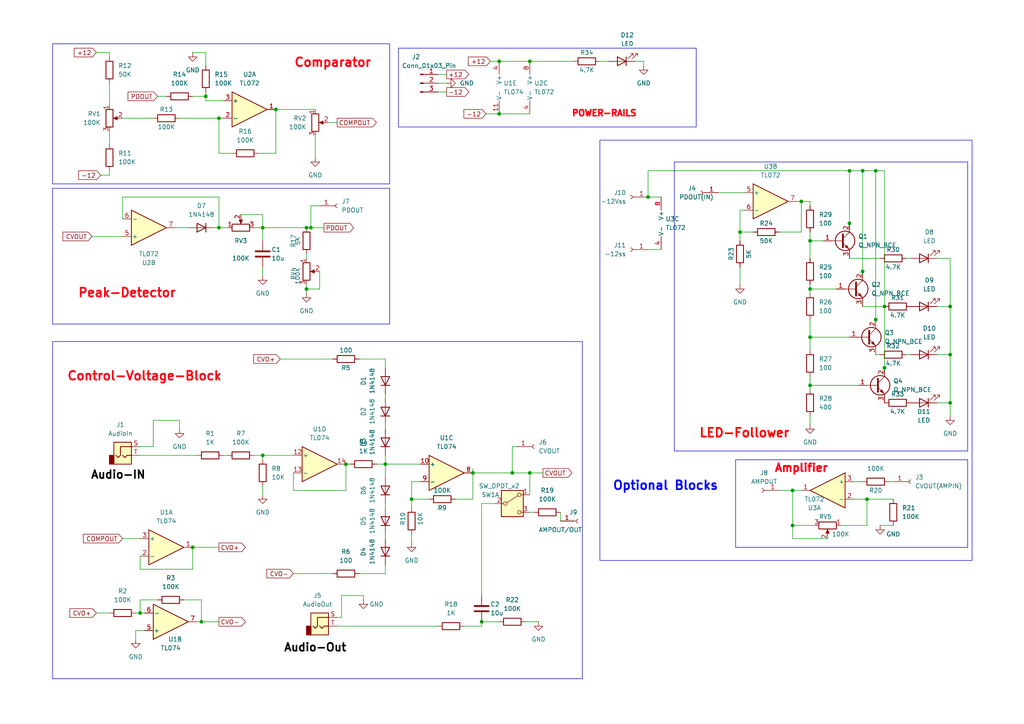
<source format=kicad_sch>
(kicad_sch (version 20250114) (generator "eeschema") (generator_version "9.0")
  (paper "A4")
  (lib_symbols
    (symbol "Amplifier_Operational:TL072" (pin_names (offset 0.127))
      (property "Reference" "U" (at 0 5.08 0))
      (property "Value" "TL072" (at 0 -5.08 0))
      (symbol "TL072_1_1"
        (pin input line (at -7.62 2.54 0) (length 2.54) (name "+") (number "3"))
        (pin input line (at -7.62 -2.54 0) (length 2.54) (name "-") (number "2"))
        (pin output line (at 7.62 0 180) (length 2.54) (name "~") (number "1"))
      )
      (symbol "TL072_2_1"
        (pin input line (at -7.62 2.54 0) (length 2.54) (name "+") (number "5"))
        (pin input line (at -7.62 -2.54 0) (length 2.54) (name "-") (number "6"))
        (pin output line (at 7.62 0 180) (length 2.54) (name "~") (number "7"))
      )
      (symbol "TL072_3_1"
        (pin power_in line (at -2.54 7.62 270) (length 3.81) (name "V+") (number "8"))
        (pin power_in line (at -2.54 -7.62 90) (length 3.81) (name "V-") (number "4"))
      )
    )
    (symbol "Amplifier_Operational:TL074" (pin_names (offset 0.127))
      (property "Reference" "U" (at 0 5.08 0))
      (property "Value" "TL074" (at 0 -5.08 0))
      (symbol "TL074_1_1"
        (pin input line (at -7.62 2.54 0) (length 2.54) (name "+") (number "3"))
        (pin input line (at -7.62 -2.54 0) (length 2.54) (name "-") (number "2"))
        (pin output line (at 7.62 0 180) (length 2.54) (name "~") (number "1"))
      )
      (symbol "TL074_2_1"
        (pin input line (at -7.62 2.54 0) (length 2.54) (name "+") (number "5"))
        (pin input line (at -7.62 -2.54 0) (length 2.54) (name "-") (number "6"))
        (pin output line (at 7.62 0 180) (length 2.54) (name "~") (number "7"))
      )
      (symbol "TL074_3_1"
        (pin input line (at -7.62 2.54 0) (length 2.54) (name "+") (number "10"))
        (pin input line (at -7.62 -2.54 0) (length 2.54) (name "-") (number "9"))
        (pin output line (at 7.62 0 180) (length 2.54) (name "~") (number "8"))
      )
      (symbol "TL074_4_1"
        (pin input line (at -7.62 2.54 0) (length 2.54) (name "+") (number "12"))
        (pin input line (at -7.62 -2.54 0) (length 2.54) (name "-") (number "13"))
        (pin output line (at 7.62 0 180) (length 2.54) (name "~") (number "14"))
      )
      (symbol "TL074_5_1"
        (pin power_in line (at -2.54 7.62 270) (length 3.81) (name "V+") (number "4"))
        (pin power_in line (at -2.54 -7.62 90) (length 3.81) (name "V-") (number "11"))
      )
    )
    (symbol "Connector:Conn_01x01_Socket" (pin_names (offset 1.016) (hide yes))
      (property "Reference" "J" (at 0 2.54 0))
      (property "Value" "Conn_01x01_Socket" (at 0 -2.54 0))
      (symbol "Conn_01x01_Socket_1_1"
        (pin passive line (at -5.08 0 0) (length 3.81) (name "Pin_1") (number "1"))
      )
    )
    (symbol "Connector:Conn_01x03_Pin" (pin_names (offset 1.016) (hide yes))
      (property "Reference" "J" (at 0 5.08 0))
      (property "Value" "Conn_01x03_Pin" (at 0 -5.08 0))
      (symbol "Conn_01x03_Pin_1_1"
        (pin passive line (at 5.08 2.54 180) (length 3.81) (name "Pin_1") (number "1"))
        (pin passive line (at 5.08 0 180) (length 3.81) (name "Pin_2") (number "2"))
        (pin passive line (at 5.08 -2.54 180) (length 3.81) (name "Pin_3") (number "3"))
      )
    )
    (symbol "Connector_Audio:AudioJack2"
      (property "Reference" "J" (at 0 8.89 0))
      (property "Value" "AudioJack2" (at 0 6.35 0))
      (symbol "AudioJack2_1_1"
        (pin passive line (at 5.08 2.54 180) (length 2.54) (name "~") (number "S"))
        (pin passive line (at 5.08 0 180) (length 2.54) (name "~") (number "T"))
      )
    )
    (symbol "Device:C" (pin_numbers (hide yes)) (pin_names (offset 0.254))
      (property "Reference" "C" (at 0.635 2.54 0))
      (property "Value" "C" (at 0.635 -2.54 0))
      (symbol "C_1_1"
        (pin passive line (at 0 3.81 270) (length 2.794) (name "~") (number "1"))
        (pin passive line (at 0 -3.81 90) (length 2.794) (name "~") (number "2"))
      )
    )
    (symbol "Device:LED" (pin_numbers (hide yes)) (pin_names (offset 1.016) (hide yes))
      (property "Reference" "D" (at 0 2.54 0))
      (property "Value" "LED" (at 0 -2.54 0))
      (symbol "LED_1_1"
        (pin passive line (at -3.81 0 0) (length 2.54) (name "K") (number "1"))
        (pin passive line (at 3.81 0 180) (length 2.54) (name "A") (number "2"))
      )
    )
    (symbol "Device:R" (pin_numbers (hide yes)) (pin_names (offset 0))
      (property "Reference" "R" (at 2.032 0 90))
      (property "Value" "R" (at 0 0 90))
      (symbol "R_1_1"
        (pin passive line (at 0 3.81 270) (length 1.27) (name "~") (number "1"))
        (pin passive line (at 0 -3.81 90) (length 1.27) (name "~") (number "2"))
      )
    )
    (symbol "Device:R_Potentiometer" (pin_names (offset 1.016) (hide yes))
      (property "Reference" "RV" (at -4.445 0 90))
      (property "Value" "R_Potentiometer" (at -2.54 0 90))
      (symbol "R_Potentiometer_1_1"
        (pin passive line (at 0 3.81 270) (length 1.27) (name "1") (number "1"))
        (pin passive line (at 0 -3.81 90) (length 1.27) (name "3") (number "3"))
        (pin passive line (at 3.81 0 180) (length 1.27) (name "2") (number "2"))
      )
    )
    (symbol "Diode:1N4148" (pin_numbers (hide yes)) (pin_names (hide yes))
      (property "Reference" "D" (at 0 2.54 0))
      (property "Value" "1N4148" (at 0 -2.54 0))
      (symbol "1N4148_1_1"
        (pin passive line (at -3.81 0 0) (length 2.54) (name "K") (number "1"))
        (pin passive line (at 3.81 0 180) (length 2.54) (name "A") (number "2"))
      )
    )
    (symbol "Switch:SW_DPDT_x2" (pin_names (offset 0) (hide yes))
      (property "Reference" "SW" (at 0 5.08 0))
      (property "Value" "SW_DPDT_x2" (at 0 -5.08 0))
      (symbol "SW_DPDT_x2_1_1"
        (pin passive line (at -5.08 0 0) (length 2.54) (name "B") (number "2"))
        (pin passive line (at 5.08 2.54 180) (length 2.54) (name "A") (number "1"))
        (pin passive line (at 5.08 -2.54 180) (length 2.54) (name "C") (number "3"))
      )
      (symbol "SW_DPDT_x2_2_1"
        (pin passive line (at -5.08 0 0) (length 2.54) (name "B") (number "5"))
        (pin passive line (at 5.08 2.54 180) (length 2.54) (name "A") (number "4"))
        (pin passive line (at 5.08 -2.54 180) (length 2.54) (name "C") (number "6"))
      )
    )
    (symbol "Transistor_BJT:Q_NPN_BCE" (pin_names (offset 0) (hide yes))
      (property "Reference" "Q" (at 5.08 1.27 0))
      (property "Value" "Q_NPN_BCE" (at 5.08 -1.27 0))
      (symbol "Q_NPN_BCE_1_1"
        (pin input line (at -5.08 0 0) (length 2.54) (name "B") (number "1"))
        (pin passive line (at 2.54 5.08 270) (length 2.54) (name "C") (number "2"))
        (pin passive line (at 2.54 -5.08 90) (length 2.54) (name "E") (number "3"))
      )
    )
    (symbol "power:GND" (power) (pin_numbers (hide yes)) (pin_names (offset 0) (hide yes))
      (property "Value" "GND" (at 0 -3.81 0))
      (symbol "GND_1_1"
        (pin power_in line (at 0 0 270) (length 0) (name "~") (number "1"))
      )
    )
  )
  (rectangle (start 213.36 133.35) (end 280.67 158.75))
  (rectangle (start 15.24 12.7) (end 113.03 53.34))
  (rectangle (start 173.99 40.64) (end 281.94 162.56))
  (rectangle (start 195.58 46.99) (end 280.67 130.81))
  (rectangle (start 15.24 54.61) (end 113.03 93.98))
  (rectangle (start 15.24 99.06) (end 168.91 196.85))
  (rectangle (start 115.57 13.97) (end 201.93 36.83))
  (text "Amplifier" (at 232.41 135.89 0) (effects (font (size 2.286 2.286) (thickness 0.508) (bold yes))))
  (text "Peak-Detector\n" (at 36.83 85.09 0) (effects (font (size 2.54 2.54) (thickness 0.508) (bold yes))))
  (text "Audio-IN\n\n" (at 34.29 139.7 0) (effects (font (size 2.286 2.286) (thickness 0.4572) (bold yes))))
  (text "Audio-Out\n" (at 91.44 187.96 0) (effects (font (size 2.286 2.286) (thickness 0.4572) (bold yes))))
  (text "Comparator\n\n" (at 96.52 20.32 0) (effects (font (size 2.54 2.54) (thickness 0.508) (bold yes))))
  (text "LED-Follower" (at 215.9 125.73 0) (effects (font (size 2.54 2.54) (thickness 0.508) (bold yes))))
  (text "POWER-RAILS\n" (at 175.26 33.02 0) (effects (font (size 1.778 1.778) (thickness 0.508) (bold yes))))
  (text "Optional Blocks\n" (at 193.04 140.97 0) (effects (font (size 2.54 2.54) (thickness 0.508) (bold yes))))
  (text "Control-Voltage-Block" (at 41.91 109.22 0) (effects (font (size 2.54 2.54) (thickness 0.508) (bold yes))))
  (junction (at 275.59 102.87))
  (junction (at 58.42 180.34))
  (junction (at 250.19 49.53))
  (junction (at 256.54 106.68))
  (junction (at 59.69 27.94))
  (junction (at 63.5 66.04))
  (junction (at 55.88 158.75))
  (junction (at 137.16 137.16))
  (junction (at 76.2 132.08))
  (junction (at 275.59 88.9))
  (junction (at 88.9 66.04))
  (junction (at 254 49.53))
  (junction (at 234.95 83.82))
  (junction (at 246.38 64.77))
  (junction (at 153.67 17.78))
  (junction (at 80.01 31.75))
  (junction (at 214.63 67.31))
  (junction (at 63.5 34.29))
  (junction (at 251.46 144.78))
  (junction (at 232.41 58.42))
  (junction (at 234.95 111.76))
  (junction (at 187.96 57.15))
  (junction (at 256.54 88.9))
  (junction (at 229.87 152.4))
  (junction (at 144.78 17.78))
  (junction (at 144.78 33.02))
  (junction (at 76.2 66.04))
  (junction (at 111.76 134.62))
  (junction (at 254 92.71))
  (junction (at 246.38 49.53))
  (junction (at 234.95 69.85))
  (junction (at 88.9 83.82))
  (junction (at 153.67 137.16))
  (junction (at 250.19 78.74))
  (junction (at 40.64 177.8))
  (junction (at 275.59 116.84))
  (junction (at 148.59 137.16))
  (junction (at 119.38 144.78))
  (junction (at 139.7 180.34))
  (junction (at 100.33 134.62))
  (junction (at 229.87 142.24))
  (junction (at 234.95 97.79))
  (junction (at 90.17 66.04))
  (wire (pts (xy 91.44 39.37) (xy 91.44 45.72)))
  (wire (pts (xy 55.88 27.94) (xy 59.69 27.94)))
  (wire (pts (xy 105.41 172.72) (xy 105.41 173.99)))
  (wire (pts (xy 153.67 137.16) (xy 153.67 143.51)))
  (wire (pts (xy 173.99 17.78) (xy 176.53 17.78)))
  (wire (pts (xy 246.38 49.53) (xy 246.38 64.77)))
  (wire (pts (xy 234.95 82.55) (xy 234.95 83.82)))
  (wire (pts (xy 40.64 129.54) (xy 44.45 129.54)))
  (wire (pts (xy 35.56 156.21) (xy 40.64 156.21)))
  (wire (pts (xy 55.88 158.75) (xy 63.5 158.75)))
  (wire (pts (xy 139.7 146.05) (xy 139.7 172.72)))
  (wire (pts (xy 27.94 15.24) (xy 31.75 15.24)))
  (wire (pts (xy 250.19 80.01) (xy 250.19 78.74)))
  (wire (pts (xy 142.24 17.78) (xy 144.78 17.78)))
  (wire (pts (xy 109.22 134.62) (xy 111.76 134.62)))
  (wire (pts (xy 144.78 33.02) (xy 153.67 33.02)))
  (wire (pts (xy 275.59 88.9) (xy 275.59 102.87)))
  (wire (pts (xy 139.7 180.34) (xy 144.78 180.34)))
  (wire (pts (xy 184.15 17.78) (xy 186.69 17.78)))
  (wire (pts (xy 111.76 154.94) (xy 111.76 156.21)))
  (wire (pts (xy 186.69 17.78) (xy 186.69 19.05)))
  (wire (pts (xy 55.88 15.24) (xy 59.69 15.24)))
  (wire (pts (xy 262.89 102.87) (xy 264.16 102.87)))
  (wire (pts (xy 231.14 58.42) (xy 232.41 58.42)))
  (wire (pts (xy 234.95 69.85) (xy 238.76 69.85)))
  (wire (pts (xy 40.64 132.08) (xy 57.15 132.08)))
  (wire (pts (xy 250.19 88.9) (xy 256.54 88.9)))
  (wire (pts (xy 58.42 173.99) (xy 58.42 180.34)))
  (wire (pts (xy 76.2 66.04) (xy 76.2 69.85)))
  (wire (pts (xy 139.7 181.61) (xy 134.62 181.61)))
  (wire (pts (xy 139.7 180.34) (xy 139.7 181.61)))
  (wire (pts (xy 63.5 66.04) (xy 66.04 66.04)))
  (wire (pts (xy 162.56 148.59) (xy 162.56 151.13)))
  (wire (pts (xy 76.2 62.23) (xy 76.2 66.04)))
  (wire (pts (xy 251.46 152.4) (xy 251.46 144.78)))
  (wire (pts (xy 250.19 78.74) (xy 250.19 49.53)))
  (wire (pts (xy 85.09 166.37) (xy 96.52 166.37)))
  (wire (pts (xy 259.08 139.7) (xy 257.81 139.7)))
  (wire (pts (xy 247.65 139.7) (xy 250.19 139.7)))
  (wire (pts (xy 31.75 49.53) (xy 31.75 50.8)))
  (wire (pts (xy 74.93 44.45) (xy 80.01 44.45)))
  (wire (pts (xy 251.46 144.78) (xy 259.08 144.78)))
  (wire (pts (xy 62.23 66.04) (xy 63.5 66.04)))
  (wire (pts (xy 215.9 55.88) (xy 208.28 55.88)))
  (wire (pts (xy 234.95 85.09) (xy 234.95 83.82)))
  (wire (pts (xy 153.67 17.78) (xy 166.37 17.78)))
  (wire (pts (xy 254 93.98) (xy 254 92.71)))
  (wire (pts (xy 119.38 139.7) (xy 119.38 144.78)))
  (wire (pts (xy 90.17 59.69) (xy 90.17 66.04)))
  (wire (pts (xy 262.89 74.93) (xy 264.16 74.93)))
  (wire (pts (xy 63.5 44.45) (xy 63.5 34.29)))
  (wire (pts (xy 92.71 78.74) (xy 92.71 83.82)))
  (wire (pts (xy 234.95 67.31) (xy 234.95 69.85)))
  (wire (pts (xy 246.38 66.04) (xy 246.38 64.77)))
  (wire (pts (xy 35.56 57.15) (xy 63.5 57.15)))
  (wire (pts (xy 111.76 134.62) (xy 111.76 138.43)))
  (wire (pts (xy 137.16 137.16) (xy 148.59 137.16)))
  (wire (pts (xy 64.77 29.21) (xy 59.69 29.21)))
  (wire (pts (xy 121.92 139.7) (xy 119.38 139.7)))
  (wire (pts (xy 67.31 44.45) (xy 63.5 44.45)))
  (wire (pts (xy 187.96 72.39) (xy 191.77 72.39)))
  (wire (pts (xy 52.07 121.92) (xy 44.45 121.92)))
  (wire (pts (xy 243.84 152.4) (xy 251.46 152.4)))
  (wire (pts (xy 76.2 77.47) (xy 76.2 80.01)))
  (wire (pts (xy 187.96 49.53) (xy 187.96 57.15)))
  (wire (pts (xy 59.69 15.24) (xy 59.69 19.05)))
  (wire (pts (xy 92.71 59.69) (xy 90.17 59.69)))
  (wire (pts (xy 81.28 104.14) (xy 96.52 104.14)))
  (wire (pts (xy 63.5 34.29) (xy 64.77 34.29)))
  (wire (pts (xy 111.76 132.08) (xy 111.76 134.62)))
  (wire (pts (xy 26.67 68.58) (xy 35.56 68.58)))
  (wire (pts (xy 232.41 67.31) (xy 232.41 58.42)))
  (wire (pts (xy 50.8 66.04) (xy 54.61 66.04)))
  (wire (pts (xy 88.9 66.04) (xy 90.17 66.04)))
  (wire (pts (xy 246.38 74.93) (xy 255.27 74.93)))
  (wire (pts (xy 73.66 132.08) (xy 76.2 132.08)))
  (wire (pts (xy 255.27 152.4) (xy 259.08 152.4)))
  (wire (pts (xy 214.63 60.96) (xy 215.9 60.96)))
  (wire (pts (xy 31.75 38.1) (xy 31.75 41.91)))
  (wire (pts (xy 119.38 144.78) (xy 124.46 144.78)))
  (wire (pts (xy 59.69 27.94) (xy 59.69 26.67)))
  (wire (pts (xy 104.14 104.14) (xy 111.76 104.14)))
  (wire (pts (xy 256.54 49.53) (xy 256.54 88.9)))
  (wire (pts (xy 148.59 129.54) (xy 148.59 137.16)))
  (wire (pts (xy 187.96 49.53) (xy 246.38 49.53)))
  (wire (pts (xy 45.72 27.94) (xy 48.26 27.94)))
  (wire (pts (xy 271.78 102.87) (xy 275.59 102.87)))
  (wire (pts (xy 250.19 49.53) (xy 254 49.53)))
  (wire (pts (xy 40.64 177.8) (xy 41.91 177.8)))
  (wire (pts (xy 88.9 82.55) (xy 88.9 83.82)))
  (wire (pts (xy 76.2 132.08) (xy 76.2 133.35)))
  (wire (pts (xy 31.75 15.24) (xy 31.75 16.51)))
  (wire (pts (xy 153.67 148.59) (xy 154.94 148.59)))
  (wire (pts (xy 254 49.53) (xy 256.54 49.53)))
  (wire (pts (xy 137.16 135.89) (xy 137.16 137.16)))
  (wire (pts (xy 234.95 92.71) (xy 234.95 97.79)))
  (wire (pts (xy 187.96 57.15) (xy 191.77 57.15)))
  (wire (pts (xy 41.91 182.88) (xy 39.37 182.88)))
  (wire (pts (xy 234.95 109.22) (xy 234.95 111.76)))
  (wire (pts (xy 152.4 180.34) (xy 156.21 180.34)))
  (wire (pts (xy 95.25 35.56) (xy 97.79 35.56)))
  (wire (pts (xy 226.06 67.31) (xy 232.41 67.31)))
  (wire (pts (xy 85.09 142.24) (xy 100.33 142.24)))
  (wire (pts (xy 58.42 180.34) (xy 57.15 180.34)))
  (wire (pts (xy 234.95 74.93) (xy 234.95 69.85)))
  (wire (pts (xy 119.38 154.94) (xy 119.38 157.48)))
  (wire (pts (xy 271.78 116.84) (xy 275.59 116.84)))
  (wire (pts (xy 256.54 107.95) (xy 256.54 106.68)))
  (wire (pts (xy 234.95 120.65) (xy 234.95 123.19)))
  (wire (pts (xy 254 102.87) (xy 255.27 102.87)))
  (wire (pts (xy 234.95 59.69) (xy 234.95 58.42)))
  (wire (pts (xy 275.59 102.87) (xy 275.59 116.84)))
  (wire (pts (xy 97.79 179.07) (xy 99.06 179.07)))
  (wire (pts (xy 246.38 49.53) (xy 250.19 49.53)))
  (wire (pts (xy 35.56 34.29) (xy 44.45 34.29)))
  (wire (pts (xy 229.87 142.24) (xy 229.87 152.4)))
  (wire (pts (xy 111.76 163.83) (xy 111.76 166.37)))
  (wire (pts (xy 100.33 142.24) (xy 100.33 134.62)))
  (wire (pts (xy 105.41 172.72) (xy 99.06 172.72)))
  (wire (pts (xy 111.76 123.19) (xy 111.76 124.46)))
  (wire (pts (xy 99.06 172.72) (xy 99.06 179.07)))
  (wire (pts (xy 271.78 88.9) (xy 275.59 88.9)))
  (wire (pts (xy 144.78 17.78) (xy 153.67 17.78)))
  (wire (pts (xy 111.76 134.62) (xy 121.92 134.62)))
  (wire (pts (xy 40.64 173.99) (xy 40.64 177.8)))
  (wire (pts (xy 127 24.13) (xy 129.54 24.13)))
  (wire (pts (xy 27.94 177.8) (xy 31.75 177.8)))
  (wire (pts (xy 100.33 134.62) (xy 101.6 134.62)))
  (wire (pts (xy 63.5 57.15) (xy 63.5 66.04)))
  (wire (pts (xy 256.54 88.9) (xy 256.54 106.68)))
  (wire (pts (xy 119.38 144.78) (xy 119.38 147.32)))
  (wire (pts (xy 90.17 66.04) (xy 93.98 66.04)))
  (wire (pts (xy 111.76 146.05) (xy 111.76 147.32)))
  (wire (pts (xy 132.08 144.78) (xy 137.16 144.78)))
  (wire (pts (xy 140.97 33.02) (xy 144.78 33.02)))
  (wire (pts (xy 153.67 137.16) (xy 157.48 137.16)))
  (wire (pts (xy 234.95 111.76) (xy 234.95 113.03)))
  (wire (pts (xy 97.79 181.61) (xy 127 181.61)))
  (wire (pts (xy 73.66 66.04) (xy 76.2 66.04)))
  (wire (pts (xy 234.95 101.6) (xy 234.95 97.79)))
  (wire (pts (xy 111.76 114.3) (xy 111.76 115.57)))
  (wire (pts (xy 232.41 58.42) (xy 234.95 58.42)))
  (wire (pts (xy 76.2 66.04) (xy 88.9 66.04)))
  (wire (pts (xy 229.87 156.21) (xy 240.03 156.21)))
  (wire (pts (xy 218.44 67.31) (xy 214.63 67.31)))
  (wire (pts (xy 76.2 132.08) (xy 85.09 132.08)))
  (wire (pts (xy 226.06 142.24) (xy 229.87 142.24)))
  (wire (pts (xy 234.95 97.79) (xy 246.38 97.79)))
  (wire (pts (xy 234.95 111.76) (xy 248.92 111.76)))
  (wire (pts (xy 229.87 152.4) (xy 229.87 156.21)))
  (wire (pts (xy 59.69 29.21) (xy 59.69 27.94)))
  (wire (pts (xy 44.45 121.92) (xy 44.45 129.54)))
  (wire (pts (xy 40.64 161.29) (xy 40.64 165.1)))
  (wire (pts (xy 271.78 74.93) (xy 275.59 74.93)))
  (wire (pts (xy 52.07 34.29) (xy 63.5 34.29)))
  (wire (pts (xy 31.75 50.8) (xy 29.21 50.8)))
  (wire (pts (xy 45.72 173.99) (xy 40.64 173.99)))
  (wire (pts (xy 80.01 31.75) (xy 80.01 44.45)))
  (wire (pts (xy 53.34 173.99) (xy 58.42 173.99)))
  (wire (pts (xy 58.42 180.34) (xy 63.5 180.34)))
  (wire (pts (xy 39.37 177.8) (xy 40.64 177.8)))
  (wire (pts (xy 275.59 74.93) (xy 275.59 88.9)))
  (wire (pts (xy 55.88 165.1) (xy 55.88 158.75)))
  (wire (pts (xy 229.87 152.4) (xy 236.22 152.4)))
  (wire (pts (xy 52.07 124.46) (xy 52.07 121.92)))
  (wire (pts (xy 143.51 146.05) (xy 139.7 146.05)))
  (wire (pts (xy 39.37 182.88) (xy 39.37 185.42)))
  (wire (pts (xy 40.64 165.1) (xy 55.88 165.1)))
  (wire (pts (xy 80.01 31.75) (xy 91.44 31.75)))
  (wire (pts (xy 64.77 132.08) (xy 66.04 132.08)))
  (wire (pts (xy 31.75 24.13) (xy 31.75 30.48)))
  (wire (pts (xy 275.59 116.84) (xy 275.59 120.65)))
  (wire (pts (xy 127 21.59) (xy 129.54 21.59)))
  (wire (pts (xy 214.63 77.47) (xy 214.63 82.55)))
  (wire (pts (xy 111.76 166.37) (xy 104.14 166.37)))
  (wire (pts (xy 88.9 83.82) (xy 88.9 85.09)))
  (wire (pts (xy 137.16 137.16) (xy 137.16 144.78)))
  (wire (pts (xy 234.95 83.82) (xy 242.57 83.82)))
  (wire (pts (xy 214.63 60.96) (xy 214.63 67.31)))
  (wire (pts (xy 247.65 144.78) (xy 251.46 144.78)))
  (wire (pts (xy 148.59 137.16) (xy 153.67 137.16)))
  (wire (pts (xy 92.71 83.82) (xy 88.9 83.82)))
  (wire (pts (xy 127 26.67) (xy 129.54 26.67)))
  (wire (pts (xy 85.09 137.16) (xy 85.09 142.24)))
  (wire (pts (xy 111.76 104.14) (xy 111.76 106.68)))
  (wire (pts (xy 69.85 62.23) (xy 76.2 62.23)))
  (wire (pts (xy 35.56 63.5) (xy 35.56 57.15)))
  (wire (pts (xy 88.9 73.66) (xy 88.9 74.93)))
  (wire (pts (xy 149.86 129.54) (xy 148.59 129.54)))
  (wire (pts (xy 76.2 140.97) (xy 76.2 143.51)))
  (wire (pts (xy 254 92.71) (xy 254 49.53)))
  (wire (pts (xy 229.87 142.24) (xy 232.41 142.24)))
  (wire (pts (xy 214.63 67.31) (xy 214.63 69.85)))
  (global_label "CVO-" (shape input) (at 85.09 166.37 180) (property "Intersheetrefs" "${INTERSHEET_REFS}" (effects (hide yes))))
  (global_label "+12" (shape input) (at 142.24 17.78 180) (property "Intersheetrefs" "${INTERSHEET_REFS}" (effects (hide yes))))
  (global_label "-12" (shape input) (at 29.21 50.8 180) (property "Intersheetrefs" "${INTERSHEET_REFS}" (effects (hide yes))))
  (global_label "CVO+" (shape input) (at 27.94 177.8 180) (property "Intersheetrefs" "${INTERSHEET_REFS}" (effects (hide yes))))
  (global_label "-12" (shape input) (at 140.97 33.02 180) (property "Intersheetrefs" "${INTERSHEET_REFS}" (effects (hide yes))))
  (global_label "CVOUT" (shape input) (at 26.67 68.58 180) (property "Intersheetrefs" "${INTERSHEET_REFS}" (effects (hide yes))))
  (global_label "+12" (shape input) (at 27.94 15.24 180) (property "Intersheetrefs" "${INTERSHEET_REFS}" (effects (hide yes))))
  (global_label "COMPOUT" (shape input) (at 35.56 156.21 180) (property "Intersheetrefs" "${INTERSHEET_REFS}" (effects (hide yes))))
  (global_label "CVOUT" (shape output) (at 157.48 137.16 0) (property "Intersheetrefs" "${INTERSHEET_REFS}" (effects (hide yes))))
  (global_label "CVO-" (shape output) (at 63.5 180.34 0) (property "Intersheetrefs" "${INTERSHEET_REFS}" (effects (hide yes))))
  (global_label "+12" (shape output) (at 129.54 21.59 0) (property "Intersheetrefs" "${INTERSHEET_REFS}" (effects (hide yes))))
  (global_label "COMPOUT" (shape output) (at 97.79 35.56 0) (property "Intersheetrefs" "${INTERSHEET_REFS}" (effects (hide yes))))
  (global_label "PDOUT" (shape output) (at 93.98 66.04 0) (property "Intersheetrefs" "${INTERSHEET_REFS}" (effects (hide yes))))
  (global_label "PDOUT" (shape input) (at 45.72 27.94 180) (property "Intersheetrefs" "${INTERSHEET_REFS}" (effects (hide yes))))
  (global_label "CVO+" (shape output) (at 63.5 158.75 0) (property "Intersheetrefs" "${INTERSHEET_REFS}" (effects (hide yes))))
  (global_label "-12" (shape output) (at 129.54 26.67 0) (property "Intersheetrefs" "${INTERSHEET_REFS}" (effects (hide yes))))
  (global_label "CVO+" (shape input) (at 81.28 104.14 180) (property "Intersheetrefs" "${INTERSHEET_REFS}" (effects (hide yes))))
  (symbol (lib_id "Amplifier_Operational:TL072") (at 43.18 66.04 0) (mirror x) (unit 2)
    (property "Reference" "U2" (at 43.18 76.2 0))
    (property "Value" "TL072" (at 43.18 73.66 0))
    (property "Footprint" "Package_DIP:DIP-8_W7.62mm" (effects (hide yes)))
    (property "Datasheet" "http://www.ti.com/lit/ds/symlink/tl071.pdf" (effects (hide yes)))
    (property "Description" "Dual Low-Noise JFET-Input Operational Amplifiers, DIP-8/SOIC-8" (effects (hide yes)))
  )
  (symbol (lib_id "Transistor_BJT:Q_NPN_BCE") (at 254 111.76 0) (unit 1)
    (property "Reference" "Q4" (at 259.08 110.4899 0) (effects (justify left)))
    (property "Value" "Q_NPN_BCE" (at 259.08 113.0299 0) (effects (justify left)))
    (property "Footprint" "Package_TO_SOT_THT:TO-92" (effects (hide yes)))
    (property "Description" "NPN transistor, base/collector/emitter" (effects (hide yes)))
  )
  (symbol (lib_id "Amplifier_Operational:TL072") (at 240.03 142.24 0) (mirror y) (unit 1)
    (property "Reference" "U3" (at 236.22 147.32 0))
    (property "Value" "TL072" (at 236.22 144.78 0))
    (property "Footprint" "Package_DIP:DIP-8_W7.62mm" (effects (hide yes)))
    (property "Datasheet" "http://www.ti.com/lit/ds/symlink/tl071.pdf" (effects (hide yes)))
    (property "Description" "Dual Low-Noise JFET-Input Operational Amplifiers, DIP-8/SOIC-8" (effects (hide yes)))
  )
  (symbol (lib_id "power:GND") (at 255.27 152.4 0) (unit 1)
    (property "Reference" "#PWR011" (effects (hide yes)))
    (property "Value" "GND" (at 259.08 154.94 0))
    (property "Description" "Power symbol creates a global label with name \"GND\" , ground" (effects (hide yes)))
  )
  (symbol (lib_id "Device:R") (at 234.95 116.84 180) (unit 1)
    (property "Reference" "R28" (at 237.49 115.5699 0) (effects (justify right)))
    (property "Value" "400" (at 237.49 118.1099 0) (effects (justify right)))
    (property "Footprint" "Resistor_THT:R_Axial_DIN0204_L3.6mm_D1.6mm_P7.62mm_Horizontal" (effects (hide yes)))
    (property "Description" "Resistor" (effects (hide yes)))
  )
  (symbol (lib_id "Device:R") (at 214.63 73.66 180) (unit 1)
    (property "Reference" "R23" (at 212.09 73.66 90))
    (property "Value" "5K" (at 217.17 73.66 90))
    (property "Footprint" "Resistor_THT:R_Axial_DIN0204_L3.6mm_D1.6mm_P7.62mm_Horizontal" (effects (hide yes)))
    (property "Description" "Resistor" (effects (hide yes)))
  )
  (symbol (lib_id "Diode:1N4148") (at 111.76 142.24 90) (unit 1)
    (property "Reference" "D6" (at 105.41 142.24 0))
    (property "Value" "1N4148" (at 107.95 142.24 0))
    (property "Footprint" "Diode_THT:D_DO-35_SOD27_P7.62mm_Horizontal" (effects (hide yes)))
    (property "Datasheet" "https://assets.nexperia.com/documents/data-sheet/1N4148_1N4448.pdf" (effects (hide yes)))
    (property "Description" "100V 0.15A standard switching diode, DO-35" (effects (hide yes)))
    (property "Sim.Device" "D" (effects (hide yes)))
    (property "Sim.Pins" "1=K 2=A" (effects (hide yes)))
  )
  (symbol (lib_id "power:GND") (at 275.59 120.65 0) (unit 1)
    (property "Reference" "#PWR013" (effects (hide yes)))
    (property "Value" "GND" (at 275.59 125.73 0))
    (property "Description" "Power symbol creates a global label with name \"GND\" , ground" (effects (hide yes)))
  )
  (symbol (lib_id "Amplifier_Operational:TL074") (at 147.32 25.4 0) (unit 5)
    (property "Reference" "U1" (at 146.05 24.1299 0) (effects (justify left)))
    (property "Value" "TL074" (at 146.05 26.6699 0) (effects (justify left)))
    (property "Footprint" "Package_DIP:DIP-14_W7.62mm" (effects (hide yes)))
    (property "Datasheet" "http://www.ti.com/lit/ds/symlink/tl071.pdf" (effects (hide yes)))
    (property "Description" "Quad Low-Noise JFET-Input Operational Amplifiers, DIP-14/SOIC-14" (effects (hide yes)))
  )
  (symbol (lib_id "Device:R") (at 31.75 20.32 180) (unit 1)
    (property "Reference" "R12" (at 34.29 19.0499 0) (effects (justify right)))
    (property "Value" "50K" (at 34.29 21.5899 0) (effects (justify right)))
    (property "Footprint" "Resistor_THT:R_Axial_DIN0204_L3.6mm_D1.6mm_P7.62mm_Horizontal" (effects (hide yes)))
    (property "Description" "Resistor" (effects (hide yes)))
  )
  (symbol (lib_id "Connector:Conn_01x01_Socket") (at 203.2 55.88 0) (mirror y) (unit 1)
    (property "Reference" "J4" (at 201.93 54.6099 0) (effects (justify left)))
    (property "Value" "PDOUT(IN)" (at 207.01 57.15 0) (effects (justify left)))
    (property "Footprint" "Connector_PinHeader_2.54mm:PinHeader_1x01_P2.54mm_Vertical" (effects (hide yes)))
    (property "Description" "Generic connector, single row, 01x01, script generated" (effects (hide yes)))
  )
  (symbol (lib_id "power:GND") (at 52.07 124.46 0) (unit 1)
    (property "Reference" "#PWR01" (effects (hide yes)))
    (property "Value" "GND" (at 52.07 129.54 0))
    (property "Description" "Power symbol creates a global label with name \"GND\" , ground" (effects (hide yes)))
  )
  (symbol (lib_id "Device:R") (at 259.08 74.93 90) (unit 1)
    (property "Reference" "R30" (at 259.08 72.39 90))
    (property "Value" "4.7K" (at 259.08 77.47 90))
    (property "Footprint" "Resistor_THT:R_Axial_DIN0204_L3.6mm_D1.6mm_P7.62mm_Horizontal" (effects (hide yes)))
    (property "Description" "Resistor" (effects (hide yes)))
  )
  (symbol (lib_id "Device:R") (at 88.9 69.85 180) (unit 1)
    (property "Reference" "R17" (at 85.09 69.85 90))
    (property "Value" "5K" (at 86.36 69.85 90))
    (property "Footprint" "Resistor_THT:R_Axial_DIN0204_L3.6mm_D1.6mm_P7.62mm_Horizontal" (effects (hide yes)))
    (property "Description" "Resistor" (effects (hide yes)))
  )
  (symbol (lib_id "Amplifier_Operational:TL072") (at 156.21 25.4 0) (unit 3)
    (property "Reference" "U2" (at 154.94 24.1299 0) (effects (justify left)))
    (property "Value" "TL072" (at 154.94 26.6699 0) (effects (justify left)))
    (property "Footprint" "Package_DIP:DIP-8_W7.62mm" (effects (hide yes)))
    (property "Datasheet" "http://www.ti.com/lit/ds/symlink/tl071.pdf" (effects (hide yes)))
    (property "Description" "Dual Low-Noise JFET-Input Operational Amplifiers, DIP-8/SOIC-8" (effects (hide yes)))
  )
  (symbol (lib_id "Device:R_Potentiometer") (at 31.75 34.29 0) (unit 1)
    (property "Reference" "RV1" (at 29.21 33.0199 0) (effects (justify right)))
    (property "Value" "100K" (at 29.21 35.5599 0) (effects (justify right)))
    (property "Footprint" "Potentiometer_THT:Potentiometer_Bourns_3386P_Vertical" (effects (hide yes)))
    (property "Description" "Potentiometer" (effects (hide yes)))
  )
  (symbol (lib_id "Diode:1N4148") (at 111.76 119.38 90) (unit 1)
    (property "Reference" "D2" (at 105.41 119.38 0))
    (property "Value" "1N4148" (at 107.95 119.38 0))
    (property "Footprint" "Diode_THT:D_DO-35_SOD27_P7.62mm_Horizontal" (effects (hide yes)))
    (property "Datasheet" "https://assets.nexperia.com/documents/data-sheet/1N4148_1N4448.pdf" (effects (hide yes)))
    (property "Description" "100V 0.15A standard switching diode, DO-35" (effects (hide yes)))
    (property "Sim.Device" "D" (effects (hide yes)))
    (property "Sim.Pins" "1=K 2=A" (effects (hide yes)))
  )
  (symbol (lib_id "Amplifier_Operational:TL074") (at 92.71 134.62 0) (unit 4)
    (property "Reference" "U1" (at 92.71 124.46 0))
    (property "Value" "TL074" (at 92.71 127 0))
    (property "Footprint" "Package_DIP:DIP-14_W7.62mm" (effects (hide yes)))
    (property "Datasheet" "http://www.ti.com/lit/ds/symlink/tl071.pdf" (effects (hide yes)))
    (property "Description" "Quad Low-Noise JFET-Input Operational Amplifiers, DIP-14/SOIC-14" (effects (hide yes)))
  )
  (symbol (lib_id "power:GND") (at 129.54 24.13 90) (unit 1)
    (property "Reference" "#PWR04" (effects (hide yes)))
    (property "Value" "GND" (at 133.35 24.1299 90) (effects (justify right)))
    (property "Description" "Power symbol creates a global label with name \"GND\" , ground" (effects (hide yes)))
  )
  (symbol (lib_id "Device:R") (at 254 139.7 90) (unit 1)
    (property "Reference" "R20" (at 254 142.24 90))
    (property "Value" "100K" (at 254 135.89 90))
    (property "Footprint" "Resistor_THT:R_Axial_DIN0204_L3.6mm_D1.6mm_P7.62mm_Horizontal" (effects (hide yes)))
    (property "Description" "Resistor" (effects (hide yes)))
  )
  (symbol (lib_id "Device:R") (at 234.95 88.9 180) (unit 1)
    (property "Reference" "R26" (at 237.49 87.6299 0) (effects (justify right)))
    (property "Value" "100" (at 237.49 90.1699 0) (effects (justify right)))
    (property "Footprint" "Resistor_THT:R_Axial_DIN0204_L3.6mm_D1.6mm_P7.62mm_Horizontal" (effects (hide yes)))
    (property "Description" "Resistor" (effects (hide yes)))
  )
  (symbol (lib_id "Device:R") (at 128.27 144.78 90) (unit 1)
    (property "Reference" "R9" (at 128.27 147.32 90))
    (property "Value" "100K" (at 128.27 142.24 90))
    (property "Footprint" "Resistor_THT:R_Axial_DIN0204_L3.6mm_D1.6mm_P7.62mm_Horizontal" (effects (hide yes)))
    (property "Description" "Resistor" (effects (hide yes)))
  )
  (symbol (lib_id "Connector:Conn_01x01_Socket") (at 220.98 142.24 180) (unit 1)
    (property "Reference" "J8" (at 221.615 137.16 0))
    (property "Value" "AMPOUT" (at 221.615 139.7 0))
    (property "Footprint" "Connector_PinHeader_2.54mm:PinHeader_1x01_P2.54mm_Vertical" (effects (hide yes)))
    (property "Description" "Generic connector, single row, 01x01, script generated" (effects (hide yes)))
  )
  (symbol (lib_id "Device:R_Potentiometer") (at 240.03 152.4 270) (unit 1)
    (property "Reference" "RV5" (at 241.3 149.86 90) (effects (justify right)))
    (property "Value" "100K" (at 246.38 154.94 90) (effects (justify right)))
    (property "Footprint" "Potentiometer_THT:Potentiometer_Bourns_3386P_Vertical" (effects (hide yes)))
    (property "Description" "Potentiometer" (effects (hide yes)))
  )
  (symbol (lib_id "Device:R_Potentiometer") (at 88.9 78.74 0) (unit 1)
    (property "Reference" "RV4" (at 85.09 77.47 90) (effects (justify right)))
    (property "Value" "100K" (at 86.36 77.47 90) (effects (justify right)))
    (property "Footprint" "Potentiometer_THT:Potentiometer_Bourns_3386P_Vertical" (effects (hide yes)))
    (property "Description" "Potentiometer" (effects (hide yes)))
  )
  (symbol (lib_id "Amplifier_Operational:TL074") (at 49.53 180.34 0) (mirror x) (unit 2)
    (property "Reference" "U1" (at 50.8 185.42 0))
    (property "Value" "TL074" (at 49.53 187.96 0))
    (property "Footprint" "Package_DIP:DIP-14_W7.62mm" (effects (hide yes)))
    (property "Datasheet" "http://www.ti.com/lit/ds/symlink/tl071.pdf" (effects (hide yes)))
    (property "Description" "Quad Low-Noise JFET-Input Operational Amplifiers, DIP-14/SOIC-14" (effects (hide yes)))
  )
  (symbol (lib_id "Connector_Audio:AudioJack2") (at 92.71 181.61 0) (unit 1)
    (property "Reference" "J5" (at 92.075 172.72 0))
    (property "Value" "AudioOut" (at 92.075 175.26 0))
    (property "Footprint" "Connector_Audio:Jack_6.35mm_Neutrik_NJ2FD-V_Vertical" (effects (hide yes)))
    (property "Description" "Audio Jack, 2 Poles (Mono / TS)" (effects (hide yes)))
  )
  (symbol (lib_id "Device:R") (at 222.25 67.31 90) (unit 1)
    (property "Reference" "R24" (at 222.25 64.77 90))
    (property "Value" "50K" (at 222.25 69.85 90))
    (property "Footprint" "Resistor_THT:R_Axial_DIN0204_L3.6mm_D1.6mm_P7.62mm_Horizontal" (effects (hide yes)))
    (property "Description" "Resistor" (effects (hide yes)))
  )
  (symbol (lib_id "power:GND") (at 76.2 80.01 0) (unit 1)
    (property "Reference" "#PWR08" (effects (hide yes)))
    (property "Value" "GND" (at 76.2 85.09 0))
    (property "Description" "Power symbol creates a global label with name \"GND\" , ground" (effects (hide yes)))
  )
  (symbol (lib_id "power:GND") (at 91.44 45.72 0) (unit 1)
    (property "Reference" "#PWR07" (effects (hide yes)))
    (property "Value" "GND" (at 91.44 50.8 0))
    (property "Description" "Power symbol creates a global label with name \"GND\" , ground" (effects (hide yes)))
  )
  (symbol (lib_id "Connector:Conn_01x01_Socket") (at 264.16 139.7 0) (unit 1)
    (property "Reference" "J3" (at 265.43 138.4299 0) (effects (justify left)))
    (property "Value" "CVOUT(AMPIN)" (at 265.43 140.9699 0) (effects (justify left)))
    (property "Footprint" "Connector_PinHeader_2.54mm:PinHeader_1x01_P2.54mm_Vertical" (effects (hide yes)))
    (property "Description" "Generic connector, single row, 01x01, script generated" (effects (hide yes)))
  )
  (symbol (lib_id "Device:LED") (at 267.97 88.9 180) (unit 1)
    (property "Reference" "D9" (at 269.5575 81.28 0))
    (property "Value" "LED" (at 269.5575 83.82 0))
    (property "Footprint" "LED_THT:LED_D3.0mm_Horizontal_O1.27mm_Z2.0mm" (effects (hide yes)))
    (property "Description" "Light emitting diode" (effects (hide yes)))
    (property "Sim.Pins" "1=K 2=A" (effects (hide yes)))
  )
  (symbol (lib_id "Device:R") (at 100.33 104.14 90) (unit 1)
    (property "Reference" "R5" (at 100.33 106.68 90))
    (property "Value" "100" (at 100.33 101.6 90))
    (property "Footprint" "Resistor_THT:R_Axial_DIN0204_L3.6mm_D1.6mm_P7.62mm_Horizontal" (effects (hide yes)))
    (property "Description" "Resistor" (effects (hide yes)))
  )
  (symbol (lib_id "Switch:SW_DPDT_x2") (at 148.59 146.05 0) (unit 1)
    (property "Reference" "SW1" (at 142.24 143.51 0))
    (property "Value" "SW_DPDT_x2" (at 144.78 140.97 0))
    (property "Footprint" "Button_Switch_THT:SW_CK_JS202011CQN_DPDT_Straight" (effects (hide yes)))
    (property "Description" "Switch, dual pole double throw, separate symbols" (effects (hide yes)))
  )
  (symbol (lib_id "Diode:1N4148") (at 111.76 151.13 90) (unit 1)
    (property "Reference" "D5" (at 105.41 151.13 0))
    (property "Value" "1N4148" (at 107.95 151.13 0))
    (property "Footprint" "Diode_THT:D_DO-35_SOD27_P7.62mm_Horizontal" (effects (hide yes)))
    (property "Datasheet" "https://assets.nexperia.com/documents/data-sheet/1N4148_1N4448.pdf" (effects (hide yes)))
    (property "Description" "100V 0.15A standard switching diode, DO-35" (effects (hide yes)))
    (property "Sim.Device" "D" (effects (hide yes)))
    (property "Sim.Pins" "1=K 2=A" (effects (hide yes)))
  )
  (symbol (lib_id "Transistor_BJT:Q_NPN_BCE") (at 247.65 83.82 0) (unit 1)
    (property "Reference" "Q2" (at 252.73 82.5499 0) (effects (justify left)))
    (property "Value" "Q_NPN_BCE" (at 252.73 85.0899 0) (effects (justify left)))
    (property "Footprint" "Package_TO_SOT_THT:TO-92" (effects (hide yes)))
    (property "Description" "NPN transistor, base/collector/emitter" (effects (hide yes)))
  )
  (symbol (lib_id "power:GND") (at 105.41 173.99 0) (unit 1)
    (property "Reference" "#PWR010" (effects (hide yes)))
    (property "Value" "GND" (at 109.22 175.26 0))
    (property "Description" "Power symbol creates a global label with name \"GND\" , ground" (effects (hide yes)))
  )
  (symbol (lib_id "Amplifier_Operational:TL072") (at 194.31 64.77 0) (unit 3)
    (property "Reference" "U3" (at 193.04 63.4999 0) (effects (justify left)))
    (property "Value" "TL072" (at 193.04 66.0399 0) (effects (justify left)))
    (property "Footprint" "Package_DIP:DIP-8_W7.62mm" (effects (hide yes)))
    (property "Datasheet" "http://www.ti.com/lit/ds/symlink/tl071.pdf" (effects (hide yes)))
    (property "Description" "Dual Low-Noise JFET-Input Operational Amplifiers, DIP-8/SOIC-8" (effects (hide yes)))
  )
  (symbol (lib_id "Device:R") (at 100.33 166.37 90) (unit 1)
    (property "Reference" "R6" (at 100.33 160.02 90))
    (property "Value" "100" (at 100.33 162.56 90))
    (property "Footprint" "Resistor_THT:R_Axial_DIN0204_L3.6mm_D1.6mm_P7.62mm_Horizontal" (effects (hide yes)))
    (property "Description" "Resistor" (effects (hide yes)))
  )
  (symbol (lib_id "Device:C") (at 76.2 73.66 0) (unit 1)
    (property "Reference" "C1" (at 78.74 72.39 0) (effects (justify left)))
    (property "Value" "10u" (at 78.74 74.93 0) (effects (justify left)))
    (property "Footprint" "Capacitor_THT:C_Radial_D6.3mm_H5.0mm_P2.50mm" (effects (hide yes)))
    (property "Description" "Unpolarized capacitor" (effects (hide yes)))
  )
  (symbol (lib_id "power:GND") (at 55.88 15.24 0) (unit 1)
    (property "Reference" "#PWR06" (effects (hide yes)))
    (property "Value" "GND" (at 55.88 20.32 0))
    (property "Description" "Power symbol creates a global label with name \"GND\" , ground" (effects (hide yes)))
  )
  (symbol (lib_id "Device:R") (at 259.08 148.59 180) (unit 1)
    (property "Reference" "R21" (at 261.62 147.3199 0) (effects (justify right)))
    (property "Value" "100K" (at 261.62 149.8599 0) (effects (justify right)))
    (property "Footprint" "Resistor_THT:R_Axial_DIN0204_L3.6mm_D1.6mm_P7.62mm_Horizontal" (effects (hide yes)))
    (property "Description" "Resistor" (effects (hide yes)))
  )
  (symbol (lib_id "Device:R") (at 60.96 132.08 90) (unit 1)
    (property "Reference" "R1" (at 60.96 125.73 90))
    (property "Value" "1K" (at 60.96 128.27 90))
    (property "Footprint" "Resistor_THT:R_Axial_DIN0204_L3.6mm_D1.6mm_P7.62mm_Horizontal" (effects (hide yes)))
    (property "Description" "Resistor" (effects (hide yes)))
  )
  (symbol (lib_id "Device:R") (at 259.08 102.87 90) (unit 1)
    (property "Reference" "R32" (at 259.08 100.33 90))
    (property "Value" "4.7K" (at 259.08 105.41 90))
    (property "Footprint" "Resistor_THT:R_Axial_DIN0204_L3.6mm_D1.6mm_P7.62mm_Horizontal" (effects (hide yes)))
    (property "Description" "Resistor" (effects (hide yes)))
  )
  (symbol (lib_id "power:GND") (at 119.38 157.48 0) (unit 1)
    (property "Reference" "#PWR05" (effects (hide yes)))
    (property "Value" "GND" (at 119.38 162.56 0))
    (property "Description" "Power symbol creates a global label with name \"GND\" , ground" (effects (hide yes)))
  )
  (symbol (lib_id "Device:R") (at 76.2 137.16 180) (unit 1)
    (property "Reference" "R8" (at 78.74 135.8899 0) (effects (justify right)))
    (property "Value" "10K" (at 78.74 138.4299 0) (effects (justify right)))
    (property "Footprint" "Resistor_THT:R_Axial_DIN0204_L3.6mm_D1.6mm_P7.62mm_Horizontal" (effects (hide yes)))
    (property "Description" "Resistor" (effects (hide yes)))
  )
  (symbol (lib_id "Device:R") (at 170.18 17.78 90) (unit 1)
    (property "Reference" "R34" (at 170.18 15.24 90))
    (property "Value" "4.7K" (at 170.18 20.32 90))
    (property "Footprint" "Resistor_THT:R_Axial_DIN0204_L3.6mm_D1.6mm_P7.62mm_Horizontal" (effects (hide yes)))
    (property "Description" "Resistor" (effects (hide yes)))
  )
  (symbol (lib_id "Connector:Conn_01x03_Pin") (at 121.92 24.13 0) (unit 1)
    (property "Reference" "J2" (at 120.65 16.51 0))
    (property "Value" "Conn_01x03_Pin" (at 124.46 19.05 0))
    (property "Footprint" "Connector_Phoenix_MC_HighVoltage:PhoenixContact_MCV_1,5_3-G-5.08_1x03_P5.08mm_Vertical" (effects (hide yes)))
    (property "Description" "Generic connector, single row, 01x03, script generated" (effects (hide yes)))
  )
  (symbol (lib_id "Device:LED") (at 267.97 74.93 180) (unit 1)
    (property "Reference" "D8" (at 269.5575 67.31 0))
    (property "Value" "LED" (at 269.5575 69.85 0))
    (property "Footprint" "LED_THT:LED_D3.0mm_Horizontal_O1.27mm_Z2.0mm" (effects (hide yes)))
    (property "Description" "Light emitting diode" (effects (hide yes)))
    (property "Sim.Pins" "1=K 2=A" (effects (hide yes)))
  )
  (symbol (lib_id "Device:R") (at 158.75 148.59 90) (unit 1)
    (property "Reference" "R19" (at 158.75 142.24 90))
    (property "Value" "100K" (at 158.75 144.78 90))
    (property "Footprint" "Resistor_THT:R_Axial_DIN0204_L3.6mm_D1.6mm_P7.62mm_Horizontal" (effects (hide yes)))
    (property "Description" "Resistor" (effects (hide yes)))
  )
  (symbol (lib_id "Device:LED") (at 267.97 116.84 180) (unit 1)
    (property "Reference" "D11" (at 267.97 119.38 0))
    (property "Value" "LED" (at 267.97 121.92 0))
    (property "Footprint" "LED_THT:LED_D3.0mm_Horizontal_O1.27mm_Z2.0mm" (effects (hide yes)))
    (property "Description" "Light emitting diode" (effects (hide yes)))
    (property "Sim.Pins" "1=K 2=A" (effects (hide yes)))
  )
  (symbol (lib_id "Diode:1N4148") (at 111.76 160.02 90) (unit 1)
    (property "Reference" "D4" (at 105.41 160.02 0))
    (property "Value" "1N4148" (at 107.95 160.02 0))
    (property "Footprint" "Diode_THT:D_DO-35_SOD27_P7.62mm_Horizontal" (effects (hide yes)))
    (property "Datasheet" "https://assets.nexperia.com/documents/data-sheet/1N4148_1N4448.pdf" (effects (hide yes)))
    (property "Description" "100V 0.15A standard switching diode, DO-35" (effects (hide yes)))
    (property "Sim.Device" "D" (effects (hide yes)))
    (property "Sim.Pins" "1=K 2=A" (effects (hide yes)))
  )
  (symbol (lib_id "Diode:1N4148") (at 111.76 110.49 90) (unit 1)
    (property "Reference" "D1" (at 105.41 110.49 0))
    (property "Value" "1N4148" (at 107.95 110.49 0))
    (property "Footprint" "Diode_THT:D_DO-35_SOD27_P7.62mm_Horizontal" (effects (hide yes)))
    (property "Datasheet" "https://assets.nexperia.com/documents/data-sheet/1N4148_1N4448.pdf" (effects (hide yes)))
    (property "Description" "100V 0.15A standard switching diode, DO-35" (effects (hide yes)))
    (property "Sim.Device" "D" (effects (hide yes)))
    (property "Sim.Pins" "1=K 2=A" (effects (hide yes)))
  )
  (symbol (lib_id "power:GND") (at 39.37 185.42 0) (unit 1)
    (property "Reference" "#PWR03" (effects (hide yes)))
    (property "Value" "GND" (at 39.37 190.5 0))
    (property "Description" "Power symbol creates a global label with name \"GND\" , ground" (effects (hide yes)))
  )
  (symbol (lib_id "Amplifier_Operational:TL074") (at 129.54 137.16 0) (unit 3)
    (property "Reference" "U1" (at 129.54 127 0))
    (property "Value" "TL074" (at 129.54 129.54 0))
    (property "Footprint" "Package_DIP:DIP-14_W7.62mm" (effects (hide yes)))
    (property "Datasheet" "http://www.ti.com/lit/ds/symlink/tl071.pdf" (effects (hide yes)))
    (property "Description" "Quad Low-Noise JFET-Input Operational Amplifiers, DIP-14/SOIC-14" (effects (hide yes)))
  )
  (symbol (lib_id "Amplifier_Operational:TL072") (at 223.52 58.42 0) (unit 2)
    (property "Reference" "U3" (at 223.52 48.26 0))
    (property "Value" "TL072" (at 223.52 50.8 0))
    (property "Footprint" "Package_DIP:DIP-8_W7.62mm" (effects (hide yes)))
    (property "Datasheet" "http://www.ti.com/lit/ds/symlink/tl071.pdf" (effects (hide yes)))
    (property "Description" "Dual Low-Noise JFET-Input Operational Amplifiers, DIP-8/SOIC-8" (effects (hide yes)))
  )
  (symbol (lib_id "Connector:Conn_01x01_Socket") (at 167.64 151.13 0) (unit 1)
    (property "Reference" "J9" (at 165.1 148.59 0) (effects (justify left)))
    (property "Value" "AMPOUT/OUT" (at 156.21 153.67 0) (effects (justify left)))
    (property "Footprint" "Connector_PinHeader_2.54mm:PinHeader_1x01_P2.54mm_Vertical" (effects (hide yes)))
    (property "Description" "Generic connector, single row, 01x01, script generated" (effects (hide yes)))
  )
  (symbol (lib_id "power:GND") (at 214.63 82.55 0) (unit 1)
    (property "Reference" "#PWR015" (effects (hide yes)))
    (property "Value" "GND" (at 214.63 87.63 0))
    (property "Description" "Power symbol creates a global label with name \"GND\" , ground" (effects (hide yes)))
  )
  (symbol (lib_id "Device:R") (at 234.95 63.5 180) (unit 1)
    (property "Reference" "R29" (at 237.49 62.2299 0) (effects (justify right)))
    (property "Value" "100" (at 237.49 64.7699 0) (effects (justify right)))
    (property "Footprint" "Resistor_THT:R_Axial_DIN0204_L3.6mm_D1.6mm_P7.62mm_Horizontal" (effects (hide yes)))
    (property "Description" "Resistor" (effects (hide yes)))
  )
  (symbol (lib_id "Device:R") (at 234.95 78.74 180) (unit 1)
    (property "Reference" "R25" (at 237.49 77.4699 0) (effects (justify right)))
    (property "Value" "100" (at 237.49 80.0099 0) (effects (justify right)))
    (property "Footprint" "Resistor_THT:R_Axial_DIN0204_L3.6mm_D1.6mm_P7.62mm_Horizontal" (effects (hide yes)))
    (property "Description" "Resistor" (effects (hide yes)))
  )
  (symbol (lib_id "Device:R") (at 234.95 105.41 180) (unit 1)
    (property "Reference" "R27" (at 237.49 104.1399 0) (effects (justify right)))
    (property "Value" "100" (at 237.49 106.6799 0) (effects (justify right)))
    (property "Footprint" "Resistor_THT:R_Axial_DIN0204_L3.6mm_D1.6mm_P7.62mm_Horizontal" (effects (hide yes)))
    (property "Description" "Resistor" (effects (hide yes)))
  )
  (symbol (lib_id "Connector:Conn_01x01_Socket") (at 182.88 57.15 0) (mirror y) (unit 1)
    (property "Reference" "J10" (at 181.61 55.8799 0) (effects (justify left)))
    (property "Value" "-12Vss" (at 181.61 58.4199 0) (effects (justify left)))
    (property "Footprint" "Connector_PinHeader_2.54mm:PinHeader_1x01_P2.54mm_Vertical" (effects (hide yes)))
    (property "Description" "Generic connector, single row, 01x01, script generated" (effects (hide yes)))
  )
  (symbol (lib_id "Device:R") (at 130.81 181.61 270) (unit 1)
    (property "Reference" "R18" (at 130.81 175.26 90))
    (property "Value" "1K" (at 130.81 177.8 90))
    (property "Footprint" "Resistor_THT:R_Axial_DIN0204_L3.6mm_D1.6mm_P7.62mm_Horizontal" (effects (hide yes)))
    (property "Description" "Resistor" (effects (hide yes)))
  )
  (symbol (lib_id "Device:R") (at 105.41 134.62 90) (unit 1)
    (property "Reference" "R4" (at 105.41 128.27 90))
    (property "Value" "1K" (at 105.41 130.81 90))
    (property "Footprint" "Resistor_THT:R_Axial_DIN0204_L3.6mm_D1.6mm_P7.62mm_Horizontal" (effects (hide yes)))
    (property "Description" "Resistor" (effects (hide yes)))
  )
  (symbol (lib_id "Device:C") (at 139.7 176.53 0) (unit 1)
    (property "Reference" "C2" (at 142.24 175.26 0) (effects (justify left)))
    (property "Value" "10u" (at 142.24 177.8 0) (effects (justify left)))
    (property "Footprint" "Capacitor_THT:C_Radial_D6.3mm_H5.0mm_P2.50mm" (effects (hide yes)))
    (property "Description" "Unpolarized capacitor" (effects (hide yes)))
  )
  (symbol (lib_id "Device:R") (at 69.85 132.08 90) (unit 1)
    (property "Reference" "R7" (at 69.85 125.73 90))
    (property "Value" "100K" (at 69.85 128.27 90))
    (property "Footprint" "Resistor_THT:R_Axial_DIN0204_L3.6mm_D1.6mm_P7.62mm_Horizontal" (effects (hide yes)))
    (property "Description" "Resistor" (effects (hide yes)))
  )
  (symbol (lib_id "power:GND") (at 76.2 143.51 0) (unit 1)
    (property "Reference" "#PWR02" (effects (hide yes)))
    (property "Value" "GND" (at 76.2 148.59 0))
    (property "Description" "Power symbol creates a global label with name \"GND\" , ground" (effects (hide yes)))
  )
  (symbol (lib_id "Transistor_BJT:Q_NPN_BCE") (at 251.46 97.79 0) (unit 1)
    (property "Reference" "Q3" (at 256.54 96.5199 0) (effects (justify left)))
    (property "Value" "Q_NPN_BCE" (at 256.54 99.0599 0) (effects (justify left)))
    (property "Footprint" "Package_TO_SOT_THT:TO-92" (effects (hide yes)))
    (property "Description" "NPN transistor, base/collector/emitter" (effects (hide yes)))
  )
  (symbol (lib_id "Device:R") (at 52.07 27.94 90) (unit 1)
    (property "Reference" "R14" (at 52.07 21.59 90))
    (property "Value" "100K" (at 52.07 24.13 90))
    (property "Footprint" "Resistor_THT:R_Axial_DIN0204_L3.6mm_D1.6mm_P7.62mm_Horizontal" (effects (hide yes)))
    (property "Description" "Resistor" (effects (hide yes)))
  )
  (symbol (lib_id "Connector:Conn_01x01_Socket") (at 182.88 72.39 0) (mirror y) (unit 1)
    (property "Reference" "J11" (at 181.61 71.1199 0) (effects (justify left)))
    (property "Value" "-12ss" (at 181.61 73.6599 0) (effects (justify left)))
    (property "Footprint" "Connector_PinHeader_2.54mm:PinHeader_1x01_P2.54mm_Vertical" (effects (hide yes)))
    (property "Description" "Generic connector, single row, 01x01, script generated" (effects (hide yes)))
  )
  (symbol (lib_id "Connector_Audio:AudioJack2") (at 35.56 132.08 0) (unit 1)
    (property "Reference" "J1" (at 34.925 123.19 0))
    (property "Value" "AudioIn" (at 34.925 125.73 0))
    (property "Footprint" "Connector_Audio:Jack_6.35mm_Neutrik_NJ2FD-V_Vertical" (effects (hide yes)))
    (property "Description" "Audio Jack, 2 Poles (Mono / TS)" (effects (hide yes)))
  )
  (symbol (lib_id "Device:R") (at 119.38 151.13 180) (unit 1)
    (property "Reference" "R10" (at 116.84 152.4 90) (effects (justify right)))
    (property "Value" "10K" (at 121.92 152.4 90) (effects (justify right)))
    (property "Footprint" "Resistor_THT:R_Axial_DIN0204_L3.6mm_D1.6mm_P7.62mm_Horizontal" (effects (hide yes)))
    (property "Description" "Resistor" (effects (hide yes)))
  )
  (symbol (lib_id "Diode:1N4148") (at 58.42 66.04 180) (unit 1)
    (property "Reference" "D7" (at 58.42 59.69 0))
    (property "Value" "1N4148" (at 58.42 62.23 0))
    (property "Footprint" "Diode_THT:D_DO-35_SOD27_P7.62mm_Horizontal" (effects (hide yes)))
    (property "Datasheet" "https://assets.nexperia.com/documents/data-sheet/1N4148_1N4448.pdf" (effects (hide yes)))
    (property "Description" "100V 0.15A standard switching diode, DO-35" (effects (hide yes)))
    (property "Sim.Device" "D" (effects (hide yes)))
    (property "Sim.Pins" "1=K 2=A" (effects (hide yes)))
  )
  (symbol (lib_id "power:GND") (at 234.95 123.19 0) (unit 1)
    (property "Reference" "#PWR014" (effects (hide yes)))
    (property "Value" "GND" (at 234.95 128.27 0))
    (property "Description" "Power symbol creates a global label with name \"GND\" , ground" (effects (hide yes)))
  )
  (symbol (lib_id "Device:R_Potentiometer") (at 91.44 35.56 0) (unit 1)
    (property "Reference" "RV2" (at 88.9 34.2899 0) (effects (justify right)))
    (property "Value" "100K" (at 88.9 36.8299 0) (effects (justify right)))
    (property "Footprint" "Potentiometer_THT:Potentiometer_Bourns_3386P_Vertical" (effects (hide yes)))
    (property "Description" "Potentiometer" (effects (hide yes)))
  )
  (symbol (lib_id "Connector:Conn_01x01_Socket") (at 154.94 129.54 0) (unit 1)
    (property "Reference" "J6" (at 156.21 128.2699 0) (effects (justify left)))
    (property "Value" "CVOUT" (at 156.21 130.8099 0) (effects (justify left)))
    (property "Footprint" "Connector_PinHeader_2.54mm:PinHeader_1x01_P2.54mm_Vertical" (effects (hide yes)))
    (property "Description" "Generic connector, single row, 01x01, script generated" (effects (hide yes)))
  )
  (symbol (lib_id "Device:R") (at 48.26 34.29 90) (unit 1)
    (property "Reference" "R13" (at 48.26 31.75 90))
    (property "Value" "100K" (at 48.26 36.83 90))
    (property "Footprint" "Resistor_THT:R_Axial_DIN0204_L3.6mm_D1.6mm_P7.62mm_Horizontal" (effects (hide yes)))
    (property "Description" "Resistor" (effects (hide yes)))
  )
  (symbol (lib_id "Device:R") (at 35.56 177.8 90) (unit 1)
    (property "Reference" "R2" (at 35.56 171.45 90))
    (property "Value" "100K" (at 35.56 173.99 90))
    (property "Footprint" "Resistor_THT:R_Axial_DIN0204_L3.6mm_D1.6mm_P7.62mm_Horizontal" (effects (hide yes)))
    (property "Description" "Resistor" (effects (hide yes)))
  )
  (symbol (lib_id "Device:R") (at 260.35 88.9 90) (unit 1)
    (property "Reference" "R31" (at 260.35 86.36 90))
    (property "Value" "4.7K" (at 260.35 91.44 90))
    (property "Footprint" "Resistor_THT:R_Axial_DIN0204_L3.6mm_D1.6mm_P7.62mm_Horizontal" (effects (hide yes)))
    (property "Description" "Resistor" (effects (hide yes)))
  )
  (symbol (lib_id "Device:R") (at 49.53 173.99 90) (unit 1)
    (property "Reference" "R3" (at 49.53 167.64 90))
    (property "Value" "100K" (at 49.53 170.18 90))
    (property "Footprint" "Resistor_THT:R_Axial_DIN0204_L3.6mm_D1.6mm_P7.62mm_Horizontal" (effects (hide yes)))
    (property "Description" "Resistor" (effects (hide yes)))
  )
  (symbol (lib_id "Device:R_Potentiometer") (at 69.85 66.04 90) (unit 1)
    (property "Reference" "RV3" (at 69.85 69.85 90))
    (property "Value" "100K" (at 69.85 74.93 90))
    (property "Footprint" "Potentiometer_THT:Potentiometer_Bourns_3386P_Vertical" (effects (hide yes)))
    (property "Description" "Potentiometer" (effects (hide yes)))
  )
  (symbol (lib_id "Connector:Conn_01x01_Socket") (at 97.79 59.69 0) (unit 1)
    (property "Reference" "J7" (at 99.06 58.4199 0) (effects (justify left)))
    (property "Value" "PDOUT" (at 99.06 60.9599 0) (effects (justify left)))
    (property "Footprint" "Connector_PinHeader_2.54mm:PinHeader_1x01_P2.54mm_Vertical" (effects (hide yes)))
    (property "Description" "Generic connector, single row, 01x01, script generated" (effects (hide yes)))
  )
  (symbol (lib_id "power:GND") (at 88.9 85.09 0) (unit 1)
    (property "Reference" "#PWR09" (effects (hide yes)))
    (property "Value" "GND" (at 88.9 90.17 0))
    (property "Description" "Power symbol creates a global label with name \"GND\" , ground" (effects (hide yes)))
  )
  (symbol (lib_id "Device:R") (at 59.69 22.86 180) (unit 1)
    (property "Reference" "R15" (at 62.23 21.5899 0) (effects (justify right)))
    (property "Value" "100K" (at 62.23 24.1299 0) (effects (justify right)))
    (property "Footprint" "Resistor_THT:R_Axial_DIN0204_L3.6mm_D1.6mm_P7.62mm_Horizontal" (effects (hide yes)))
    (property "Description" "Resistor" (effects (hide yes)))
  )
  (symbol (lib_id "Device:R") (at 31.75 45.72 180) (unit 1)
    (property "Reference" "R11" (at 34.29 44.4499 0) (effects (justify right)))
    (property "Value" "100K" (at 34.29 46.9899 0) (effects (justify right)))
    (property "Footprint" "Resistor_THT:R_Axial_DIN0204_L3.6mm_D1.6mm_P7.62mm_Horizontal" (effects (hide yes)))
    (property "Description" "Resistor" (effects (hide yes)))
  )
  (symbol (lib_id "power:GND") (at 186.69 19.05 0) (unit 1)
    (property "Reference" "#PWR016" (effects (hide yes)))
    (property "Value" "GND" (at 186.69 24.13 0))
    (property "Description" "Power symbol creates a global label with name \"GND\" , ground" (effects (hide yes)))
  )
  (symbol (lib_id "Amplifier_Operational:TL074") (at 48.26 158.75 0) (unit 1)
    (property "Reference" "U1" (at 48.26 148.59 0))
    (property "Value" "TL074" (at 48.26 151.13 0))
    (property "Footprint" "Package_DIP:DIP-14_W7.62mm" (effects (hide yes)))
    (property "Datasheet" "http://www.ti.com/lit/ds/symlink/tl071.pdf" (effects (hide yes)))
    (property "Description" "Quad Low-Noise JFET-Input Operational Amplifiers, DIP-14/SOIC-14" (effects (hide yes)))
  )
  (symbol (lib_id "power:GND") (at 156.21 180.34 0) (unit 1)
    (property "Reference" "#PWR012" (effects (hide yes)))
    (property "Value" "GND" (at 156.21 185.42 0))
    (property "Description" "Power symbol creates a global label with name \"GND\" , ground" (effects (hide yes)))
  )
  (symbol (lib_id "Device:R") (at 71.12 44.45 90) (unit 1)
    (property "Reference" "R16" (at 71.12 38.1 90))
    (property "Value" "100K" (at 71.12 40.64 90))
    (property "Footprint" "Resistor_THT:R_Axial_DIN0204_L3.6mm_D1.6mm_P7.62mm_Horizontal" (effects (hide yes)))
    (property "Description" "Resistor" (effects (hide yes)))
  )
  (symbol (lib_id "Device:LED") (at 267.97 102.87 180) (unit 1)
    (property "Reference" "D10" (at 269.5575 95.25 0))
    (property "Value" "LED" (at 269.5575 97.79 0))
    (property "Footprint" "LED_THT:LED_D3.0mm_Horizontal_O1.27mm_Z2.0mm" (effects (hide yes)))
    (property "Description" "Light emitting diode" (effects (hide yes)))
    (property "Sim.Pins" "1=K 2=A" (effects (hide yes)))
  )
  (symbol (lib_id "Device:LED") (at 180.34 17.78 180) (unit 1)
    (property "Reference" "D12" (at 181.9275 10.16 0))
    (property "Value" "LED" (at 181.9275 12.7 0))
    (property "Footprint" "LED_THT:LED_D3.0mm_Horizontal_O1.27mm_Z2.0mm" (effects (hide yes)))
    (property "Description" "Light emitting diode" (effects (hide yes)))
    (property "Sim.Pins" "1=K 2=A" (effects (hide yes)))
  )
  (symbol (lib_id "Amplifier_Operational:TL072") (at 72.39 31.75 0) (unit 1)
    (property "Reference" "U2" (at 72.39 21.59 0))
    (property "Value" "TL072" (at 72.39 24.13 0))
    (property "Footprint" "Package_DIP:DIP-8_W7.62mm" (effects (hide yes)))
    (property "Datasheet" "http://www.ti.com/lit/ds/symlink/tl071.pdf" (effects (hide yes)))
    (property "Description" "Dual Low-Noise JFET-Input Operational Amplifiers, DIP-8/SOIC-8" (effects (hide yes)))
  )
  (symbol (lib_id "Device:R") (at 260.35 116.84 90) (unit 1)
    (property "Reference" "R33" (at 260.35 114.3 90))
    (property "Value" "4.7K" (at 260.35 119.38 90))
    (property "Footprint" "Resistor_THT:R_Axial_DIN0204_L3.6mm_D1.6mm_P7.62mm_Horizontal" (effects (hide yes)))
    (property "Description" "Resistor" (effects (hide yes)))
  )
  (symbol (lib_id "Diode:1N4148") (at 111.76 128.27 90) (unit 1)
    (property "Reference" "D3" (at 105.41 128.27 0))
    (property "Value" "1N4148" (at 107.95 128.27 0))
    (property "Footprint" "Diode_THT:D_DO-35_SOD27_P7.62mm_Horizontal" (effects (hide yes)))
    (property "Datasheet" "https://assets.nexperia.com/documents/data-sheet/1N4148_1N4448.pdf" (effects (hide yes)))
    (property "Description" "100V 0.15A standard switching diode, DO-35" (effects (hide yes)))
    (property "Sim.Device" "D" (effects (hide yes)))
    (property "Sim.Pins" "1=K 2=A" (effects (hide yes)))
  )
  (symbol (lib_id "Device:R") (at 148.59 180.34 270) (unit 1)
    (property "Reference" "R22" (at 148.59 173.99 90))
    (property "Value" "100K" (at 148.59 176.53 90))
    (property "Footprint" "Resistor_THT:R_Axial_DIN0204_L3.6mm_D1.6mm_P7.62mm_Horizontal" (effects (hide yes)))
    (property "Description" "Resistor" (effects (hide yes)))
  )
  (symbol (lib_id "Transistor_BJT:Q_NPN_BCE") (at 243.84 69.85 0) (unit 1)
    (property "Reference" "Q1" (at 248.92 68.5799 0) (effects (justify left)))
    (property "Value" "Q_NPN_BCE" (at 248.92 71.1199 0) (effects (justify left)))
    (property "Footprint" "Package_TO_SOT_THT:TO-92" (effects (hide yes)))
    (property "Description" "NPN transistor, base/collector/emitter" (effects (hide yes)))
  )
)
</source>
